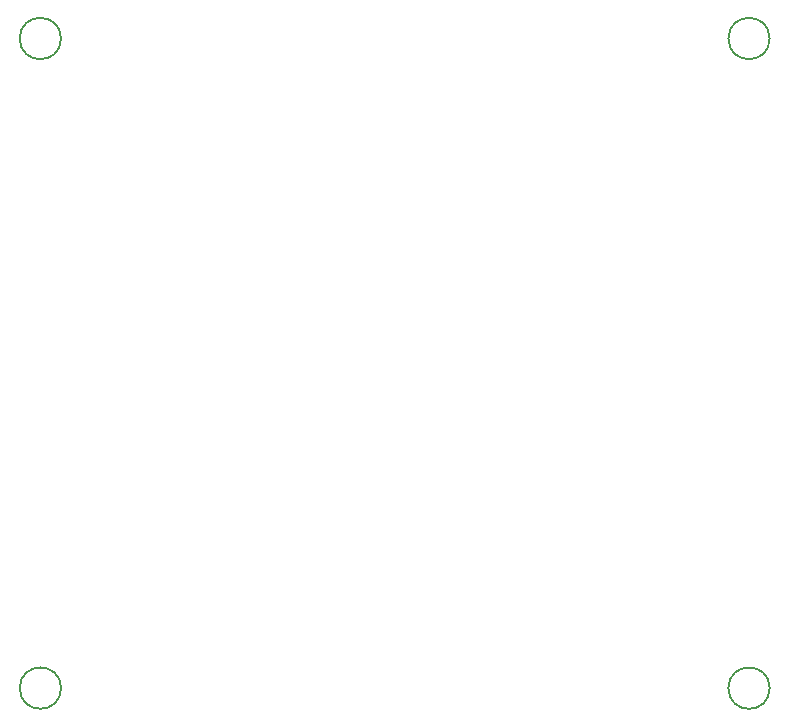
<source format=gbr>
%TF.GenerationSoftware,KiCad,Pcbnew,(6.0.0)*%
%TF.CreationDate,2022-05-13T11:51:57+02:00*%
%TF.ProjectId,Shield BR,53686965-6c64-4204-9252-2e6b69636164,rev?*%
%TF.SameCoordinates,Original*%
%TF.FileFunction,Other,Comment*%
%FSLAX46Y46*%
G04 Gerber Fmt 4.6, Leading zero omitted, Abs format (unit mm)*
G04 Created by KiCad (PCBNEW (6.0.0)) date 2022-05-13 11:51:57*
%MOMM*%
%LPD*%
G01*
G04 APERTURE LIST*
%ADD10C,0.150000*%
G04 APERTURE END LIST*
D10*
%TO.C,H2*%
X83001500Y-66726000D02*
G75*
G03*
X83001500Y-66726000I-1750000J0D01*
G01*
%TO.C,H1*%
X143001500Y-66726000D02*
G75*
G03*
X143001500Y-66726000I-1750000J0D01*
G01*
%TO.C,H4*%
X143001500Y-121726000D02*
G75*
G03*
X143001500Y-121726000I-1750000J0D01*
G01*
%TO.C,H3*%
X83001500Y-121726000D02*
G75*
G03*
X83001500Y-121726000I-1750000J0D01*
G01*
%TD*%
M02*

</source>
